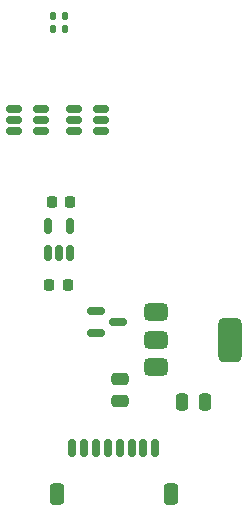
<source format=gbr>
%TF.GenerationSoftware,KiCad,Pcbnew,9.0.1*%
%TF.CreationDate,2025-06-10T20:36:17-04:00*%
%TF.ProjectId,STM32_FlightController,53544d33-325f-4466-9c69-676874436f6e,rev?*%
%TF.SameCoordinates,Original*%
%TF.FileFunction,Paste,Bot*%
%TF.FilePolarity,Positive*%
%FSLAX46Y46*%
G04 Gerber Fmt 4.6, Leading zero omitted, Abs format (unit mm)*
G04 Created by KiCad (PCBNEW 9.0.1) date 2025-06-10 20:36:17*
%MOMM*%
%LPD*%
G01*
G04 APERTURE LIST*
G04 Aperture macros list*
%AMRoundRect*
0 Rectangle with rounded corners*
0 $1 Rounding radius*
0 $2 $3 $4 $5 $6 $7 $8 $9 X,Y pos of 4 corners*
0 Add a 4 corners polygon primitive as box body*
4,1,4,$2,$3,$4,$5,$6,$7,$8,$9,$2,$3,0*
0 Add four circle primitives for the rounded corners*
1,1,$1+$1,$2,$3*
1,1,$1+$1,$4,$5*
1,1,$1+$1,$6,$7*
1,1,$1+$1,$8,$9*
0 Add four rect primitives between the rounded corners*
20,1,$1+$1,$2,$3,$4,$5,0*
20,1,$1+$1,$4,$5,$6,$7,0*
20,1,$1+$1,$6,$7,$8,$9,0*
20,1,$1+$1,$8,$9,$2,$3,0*%
G04 Aperture macros list end*
%ADD10RoundRect,0.150000X0.150000X0.625000X-0.150000X0.625000X-0.150000X-0.625000X0.150000X-0.625000X0*%
%ADD11RoundRect,0.250000X0.350000X0.650000X-0.350000X0.650000X-0.350000X-0.650000X0.350000X-0.650000X0*%
%ADD12RoundRect,0.250000X0.250000X0.475000X-0.250000X0.475000X-0.250000X-0.475000X0.250000X-0.475000X0*%
%ADD13RoundRect,0.225000X0.225000X0.250000X-0.225000X0.250000X-0.225000X-0.250000X0.225000X-0.250000X0*%
%ADD14RoundRect,0.135000X-0.135000X-0.185000X0.135000X-0.185000X0.135000X0.185000X-0.135000X0.185000X0*%
%ADD15RoundRect,0.150000X-0.512500X-0.150000X0.512500X-0.150000X0.512500X0.150000X-0.512500X0.150000X0*%
%ADD16RoundRect,0.250000X-0.475000X0.250000X-0.475000X-0.250000X0.475000X-0.250000X0.475000X0.250000X0*%
%ADD17RoundRect,0.150000X-0.587500X-0.150000X0.587500X-0.150000X0.587500X0.150000X-0.587500X0.150000X0*%
%ADD18RoundRect,0.375000X-0.625000X-0.375000X0.625000X-0.375000X0.625000X0.375000X-0.625000X0.375000X0*%
%ADD19RoundRect,0.500000X-0.500000X-1.400000X0.500000X-1.400000X0.500000X1.400000X-0.500000X1.400000X0*%
%ADD20RoundRect,0.150000X0.150000X-0.512500X0.150000X0.512500X-0.150000X0.512500X-0.150000X-0.512500X0*%
%ADD21RoundRect,0.135000X0.135000X0.185000X-0.135000X0.185000X-0.135000X-0.185000X0.135000X-0.185000X0*%
G04 APERTURE END LIST*
D10*
%TO.C,J2*%
X39512500Y-53587500D03*
X38512500Y-53587500D03*
X37512500Y-53587500D03*
X36512500Y-53587500D03*
X35512500Y-53587500D03*
X34512500Y-53587500D03*
X33512500Y-53587500D03*
X32512500Y-53587500D03*
D11*
X40812500Y-57462500D03*
X31212500Y-57462500D03*
%TD*%
D12*
%TO.C,C20*%
X43712500Y-49687500D03*
X41812500Y-49687500D03*
%TD*%
D13*
%TO.C,C18*%
X32312500Y-32737500D03*
X30762500Y-32737500D03*
%TD*%
D14*
%TO.C,R4*%
X30852500Y-18087500D03*
X31872500Y-18087500D03*
%TD*%
D15*
%TO.C,U1*%
X32637500Y-26762500D03*
X32637500Y-25812500D03*
X32637500Y-24862500D03*
X34912500Y-24862500D03*
X34912500Y-25812500D03*
X34912500Y-26762500D03*
%TD*%
%TO.C,U8*%
X27537500Y-26762500D03*
X27537500Y-25812500D03*
X27537500Y-24862500D03*
X29812500Y-24862500D03*
X29812500Y-25812500D03*
X29812500Y-26762500D03*
%TD*%
D16*
%TO.C,C19*%
X36562500Y-47687500D03*
X36562500Y-49587500D03*
%TD*%
D17*
%TO.C,D1*%
X34512500Y-43837500D03*
X34512500Y-41937500D03*
X36387500Y-42887500D03*
%TD*%
D18*
%TO.C,U5*%
X39562500Y-46687500D03*
X39562500Y-44387500D03*
D19*
X45862500Y-44387500D03*
D18*
X39562500Y-42087500D03*
%TD*%
D20*
%TO.C,U6*%
X32312500Y-37025000D03*
X31362500Y-37025000D03*
X30412500Y-37025000D03*
X30412500Y-34750000D03*
X32312500Y-34750000D03*
%TD*%
D13*
%TO.C,C17*%
X32112500Y-39750000D03*
X30562500Y-39750000D03*
%TD*%
D21*
%TO.C,R3*%
X31872500Y-16987500D03*
X30852500Y-16987500D03*
%TD*%
M02*

</source>
